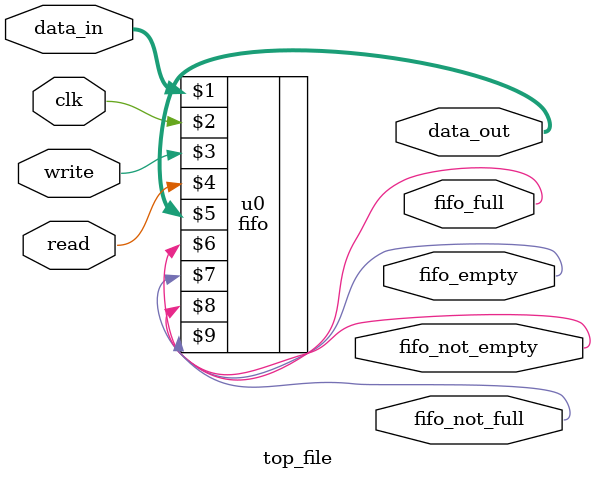
<source format=v>
module top_file#(
    parameter WIDTH = 32,
    parameter DEPTH = 2048
)(
    input wire [WIDTH-1:0] data_in,
    input wire clk,
    input wire write,
    input wire read,
    output wire [WIDTH-1:0] data_out,
    output wire fifo_full,
    output wire fifo_empty,
    output wire fifo_not_empty,
    output wire fifo_not_full
);


fifo  #(.DEPTH(DEPTH), .WIDTH(WIDTH))
	u0 (
	data_in,
	clk,
	write,
	read,
	data_out,
	fifo_full,
	fifo_empty,
	fifo_not_empty,
	fifo_not_full
	);



endmodule

</source>
